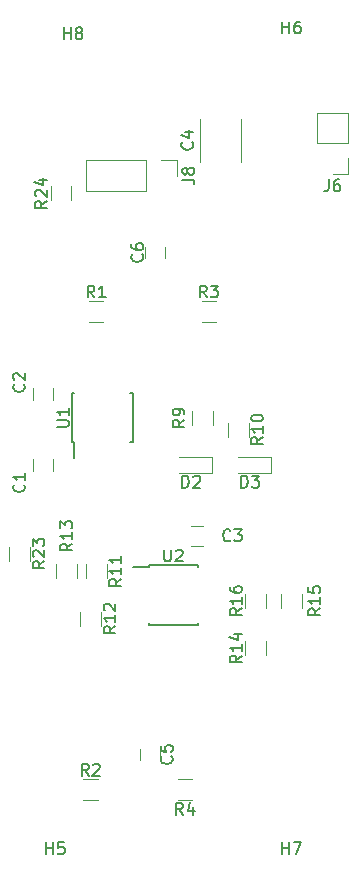
<source format=gto>
G04 #@! TF.GenerationSoftware,KiCad,Pcbnew,(5.99.0-492-g30da2b31e)*
G04 #@! TF.CreationDate,2019-12-10T20:32:50+01:00*
G04 #@! TF.ProjectId,gabel,67616265-6c2e-46b6-9963-61645f706362,rev?*
G04 #@! TF.SameCoordinates,Original*
G04 #@! TF.FileFunction,Legend,Top*
G04 #@! TF.FilePolarity,Positive*
%FSLAX46Y46*%
G04 Gerber Fmt 4.6, Leading zero omitted, Abs format (unit mm)*
G04 Created by KiCad (PCBNEW (5.99.0-492-g30da2b31e)) date 2019-12-10 20:32:50*
%MOMM*%
%LPD*%
G04 APERTURE LIST*
%ADD10C,0.120000*%
%ADD11C,0.150000*%
%ADD12R,1.352000X1.102000*%
%ADD13R,3.102000X1.102000*%
%ADD14R,0.712000X2.012000*%
%ADD15R,2.012000X0.712000*%
%ADD16R,1.902000X1.902000*%
%ADD17C,1.902000*%
%ADD18R,1.402000X0.802000*%
%ADD19R,0.802000X1.402000*%
%ADD20R,1.802000X1.802000*%
%ADD21O,1.802000X1.802000*%
%ADD22C,3.302000*%
%ADD23C,5.702000*%
%ADD24R,1.302000X1.302000*%
%ADD25R,1.102000X1.352000*%
G04 APERTURE END LIST*
D10*
X53850000Y-93500000D02*
X53850000Y-92500000D01*
X52150000Y-92500000D02*
X52150000Y-93500000D01*
X51650000Y-135000000D02*
X51650000Y-136000000D01*
X53350000Y-136000000D02*
X53350000Y-135000000D01*
X60230000Y-85300000D02*
X60230000Y-81700000D01*
X56770000Y-81700000D02*
X56770000Y-85300000D01*
D11*
X45925000Y-109075000D02*
X46125000Y-109075000D01*
X45925000Y-104925000D02*
X46125000Y-104925000D01*
X51075000Y-104925000D02*
X50875000Y-104925000D01*
X51075000Y-109075000D02*
X50875000Y-109075000D01*
X45925000Y-109075000D02*
X45925000Y-104925000D01*
X51075000Y-109075000D02*
X51075000Y-104925000D01*
X46125000Y-109075000D02*
X46125000Y-110375000D01*
X52425000Y-119425000D02*
X52425000Y-119625000D01*
X56575000Y-119425000D02*
X56575000Y-119625000D01*
X56575000Y-124575000D02*
X56575000Y-124375000D01*
X52425000Y-124575000D02*
X52425000Y-124375000D01*
X52425000Y-119425000D02*
X56575000Y-119425000D01*
X52425000Y-124575000D02*
X56575000Y-124575000D01*
X52425000Y-119625000D02*
X51125000Y-119625000D01*
D10*
X45880000Y-87400000D02*
X45880000Y-88600000D01*
X44120000Y-88600000D02*
X44120000Y-87400000D01*
X40620000Y-119100000D02*
X40620000Y-117900000D01*
X42380000Y-117900000D02*
X42380000Y-119100000D01*
X62380000Y-121900000D02*
X62380000Y-123100000D01*
X60620000Y-123100000D02*
X60620000Y-121900000D01*
X65380000Y-121900000D02*
X65380000Y-123100000D01*
X63620000Y-123100000D02*
X63620000Y-121900000D01*
X62380000Y-125900000D02*
X62380000Y-127100000D01*
X60620000Y-127100000D02*
X60620000Y-125900000D01*
X44620000Y-120600000D02*
X44620000Y-119400000D01*
X46380000Y-119400000D02*
X46380000Y-120600000D01*
X46620000Y-124600000D02*
X46620000Y-123400000D01*
X48380000Y-123400000D02*
X48380000Y-124600000D01*
X47120000Y-120600000D02*
X47120000Y-119400000D01*
X48880000Y-119400000D02*
X48880000Y-120600000D01*
X59120000Y-108600000D02*
X59120000Y-107400000D01*
X60880000Y-107400000D02*
X60880000Y-108600000D01*
X56120000Y-107600000D02*
X56120000Y-106400000D01*
X57880000Y-106400000D02*
X57880000Y-107600000D01*
X54900000Y-137620000D02*
X56100000Y-137620000D01*
X56100000Y-139380000D02*
X54900000Y-139380000D01*
X58100000Y-98880000D02*
X56900000Y-98880000D01*
X56900000Y-97120000D02*
X58100000Y-97120000D01*
X48100000Y-139380000D02*
X46900000Y-139380000D01*
X46900000Y-137620000D02*
X48100000Y-137620000D01*
X48600000Y-98880000D02*
X47400000Y-98880000D01*
X47400000Y-97120000D02*
X48600000Y-97120000D01*
X52230000Y-85170000D02*
X47090000Y-85170000D01*
X47090000Y-85170000D02*
X47090000Y-87830000D01*
X47090000Y-87830000D02*
X52230000Y-87830000D01*
X52230000Y-87830000D02*
X52230000Y-85170000D01*
X53500000Y-85170000D02*
X54830000Y-85170000D01*
X54830000Y-85170000D02*
X54830000Y-86500000D01*
X69330000Y-83770000D02*
X69330000Y-81170000D01*
X69330000Y-81170000D02*
X66670000Y-81170000D01*
X66670000Y-81170000D02*
X66670000Y-83770000D01*
X66670000Y-83770000D02*
X69330000Y-83770000D01*
X69330000Y-85040000D02*
X69330000Y-86370000D01*
X69330000Y-86370000D02*
X68000000Y-86370000D01*
X62800000Y-111700000D02*
X62800000Y-110300000D01*
X62800000Y-110300000D02*
X60000000Y-110300000D01*
X62800000Y-111700000D02*
X60000000Y-111700000D01*
X57800000Y-111700000D02*
X57800000Y-110300000D01*
X57800000Y-110300000D02*
X55000000Y-110300000D01*
X57800000Y-111700000D02*
X55000000Y-111700000D01*
X56000000Y-117850000D02*
X57000000Y-117850000D01*
X57000000Y-116150000D02*
X56000000Y-116150000D01*
X44350000Y-105500000D02*
X44350000Y-104500000D01*
X42650000Y-104500000D02*
X42650000Y-105500000D01*
X44350000Y-111500000D02*
X44350000Y-110500000D01*
X42650000Y-110500000D02*
X42650000Y-111500000D01*
D11*
X51857142Y-93166666D02*
X51904761Y-93214285D01*
X51952380Y-93357142D01*
X51952380Y-93452380D01*
X51904761Y-93595238D01*
X51809523Y-93690476D01*
X51714285Y-93738095D01*
X51523809Y-93785714D01*
X51380952Y-93785714D01*
X51190476Y-93738095D01*
X51095238Y-93690476D01*
X51000000Y-93595238D01*
X50952380Y-93452380D01*
X50952380Y-93357142D01*
X51000000Y-93214285D01*
X51047619Y-93166666D01*
X50952380Y-92309523D02*
X50952380Y-92500000D01*
X51000000Y-92595238D01*
X51047619Y-92642857D01*
X51190476Y-92738095D01*
X51380952Y-92785714D01*
X51761904Y-92785714D01*
X51857142Y-92738095D01*
X51904761Y-92690476D01*
X51952380Y-92595238D01*
X51952380Y-92404761D01*
X51904761Y-92309523D01*
X51857142Y-92261904D01*
X51761904Y-92214285D01*
X51523809Y-92214285D01*
X51428571Y-92261904D01*
X51380952Y-92309523D01*
X51333333Y-92404761D01*
X51333333Y-92595238D01*
X51380952Y-92690476D01*
X51428571Y-92738095D01*
X51523809Y-92785714D01*
X54357142Y-135666666D02*
X54404761Y-135714285D01*
X54452380Y-135857142D01*
X54452380Y-135952380D01*
X54404761Y-136095238D01*
X54309523Y-136190476D01*
X54214285Y-136238095D01*
X54023809Y-136285714D01*
X53880952Y-136285714D01*
X53690476Y-136238095D01*
X53595238Y-136190476D01*
X53500000Y-136095238D01*
X53452380Y-135952380D01*
X53452380Y-135857142D01*
X53500000Y-135714285D01*
X53547619Y-135666666D01*
X53452380Y-134761904D02*
X53452380Y-135238095D01*
X53928571Y-135285714D01*
X53880952Y-135238095D01*
X53833333Y-135142857D01*
X53833333Y-134904761D01*
X53880952Y-134809523D01*
X53928571Y-134761904D01*
X54023809Y-134714285D01*
X54261904Y-134714285D01*
X54357142Y-134761904D01*
X54404761Y-134809523D01*
X54452380Y-134904761D01*
X54452380Y-135142857D01*
X54404761Y-135238095D01*
X54357142Y-135285714D01*
X56107142Y-83666666D02*
X56154761Y-83714285D01*
X56202380Y-83857142D01*
X56202380Y-83952380D01*
X56154761Y-84095238D01*
X56059523Y-84190476D01*
X55964285Y-84238095D01*
X55773809Y-84285714D01*
X55630952Y-84285714D01*
X55440476Y-84238095D01*
X55345238Y-84190476D01*
X55250000Y-84095238D01*
X55202380Y-83952380D01*
X55202380Y-83857142D01*
X55250000Y-83714285D01*
X55297619Y-83666666D01*
X55535714Y-82809523D02*
X56202380Y-82809523D01*
X55154761Y-83047619D02*
X55869047Y-83285714D01*
X55869047Y-82666666D01*
X44652380Y-107761904D02*
X45461904Y-107761904D01*
X45557142Y-107714285D01*
X45604761Y-107666666D01*
X45652380Y-107571428D01*
X45652380Y-107380952D01*
X45604761Y-107285714D01*
X45557142Y-107238095D01*
X45461904Y-107190476D01*
X44652380Y-107190476D01*
X45652380Y-106190476D02*
X45652380Y-106761904D01*
X45652380Y-106476190D02*
X44652380Y-106476190D01*
X44795238Y-106571428D01*
X44890476Y-106666666D01*
X44938095Y-106761904D01*
X53738095Y-118152380D02*
X53738095Y-118961904D01*
X53785714Y-119057142D01*
X53833333Y-119104761D01*
X53928571Y-119152380D01*
X54119047Y-119152380D01*
X54214285Y-119104761D01*
X54261904Y-119057142D01*
X54309523Y-118961904D01*
X54309523Y-118152380D01*
X54738095Y-118247619D02*
X54785714Y-118200000D01*
X54880952Y-118152380D01*
X55119047Y-118152380D01*
X55214285Y-118200000D01*
X55261904Y-118247619D01*
X55309523Y-118342857D01*
X55309523Y-118438095D01*
X55261904Y-118580952D01*
X54690476Y-119152380D01*
X55309523Y-119152380D01*
X43802380Y-88642857D02*
X43326190Y-88976190D01*
X43802380Y-89214285D02*
X42802380Y-89214285D01*
X42802380Y-88833333D01*
X42850000Y-88738095D01*
X42897619Y-88690476D01*
X42992857Y-88642857D01*
X43135714Y-88642857D01*
X43230952Y-88690476D01*
X43278571Y-88738095D01*
X43326190Y-88833333D01*
X43326190Y-89214285D01*
X42897619Y-88261904D02*
X42850000Y-88214285D01*
X42802380Y-88119047D01*
X42802380Y-87880952D01*
X42850000Y-87785714D01*
X42897619Y-87738095D01*
X42992857Y-87690476D01*
X43088095Y-87690476D01*
X43230952Y-87738095D01*
X43802380Y-88309523D01*
X43802380Y-87690476D01*
X43135714Y-86833333D02*
X43802380Y-86833333D01*
X42754761Y-87071428D02*
X43469047Y-87309523D01*
X43469047Y-86690476D01*
X43602380Y-119142857D02*
X43126190Y-119476190D01*
X43602380Y-119714285D02*
X42602380Y-119714285D01*
X42602380Y-119333333D01*
X42650000Y-119238095D01*
X42697619Y-119190476D01*
X42792857Y-119142857D01*
X42935714Y-119142857D01*
X43030952Y-119190476D01*
X43078571Y-119238095D01*
X43126190Y-119333333D01*
X43126190Y-119714285D01*
X42697619Y-118761904D02*
X42650000Y-118714285D01*
X42602380Y-118619047D01*
X42602380Y-118380952D01*
X42650000Y-118285714D01*
X42697619Y-118238095D01*
X42792857Y-118190476D01*
X42888095Y-118190476D01*
X43030952Y-118238095D01*
X43602380Y-118809523D01*
X43602380Y-118190476D01*
X42602380Y-117857142D02*
X42602380Y-117238095D01*
X42983333Y-117571428D01*
X42983333Y-117428571D01*
X43030952Y-117333333D01*
X43078571Y-117285714D01*
X43173809Y-117238095D01*
X43411904Y-117238095D01*
X43507142Y-117285714D01*
X43554761Y-117333333D01*
X43602380Y-117428571D01*
X43602380Y-117714285D01*
X43554761Y-117809523D01*
X43507142Y-117857142D01*
X60302380Y-123142857D02*
X59826190Y-123476190D01*
X60302380Y-123714285D02*
X59302380Y-123714285D01*
X59302380Y-123333333D01*
X59350000Y-123238095D01*
X59397619Y-123190476D01*
X59492857Y-123142857D01*
X59635714Y-123142857D01*
X59730952Y-123190476D01*
X59778571Y-123238095D01*
X59826190Y-123333333D01*
X59826190Y-123714285D01*
X60302380Y-122190476D02*
X60302380Y-122761904D01*
X60302380Y-122476190D02*
X59302380Y-122476190D01*
X59445238Y-122571428D01*
X59540476Y-122666666D01*
X59588095Y-122761904D01*
X59302380Y-121333333D02*
X59302380Y-121523809D01*
X59350000Y-121619047D01*
X59397619Y-121666666D01*
X59540476Y-121761904D01*
X59730952Y-121809523D01*
X60111904Y-121809523D01*
X60207142Y-121761904D01*
X60254761Y-121714285D01*
X60302380Y-121619047D01*
X60302380Y-121428571D01*
X60254761Y-121333333D01*
X60207142Y-121285714D01*
X60111904Y-121238095D01*
X59873809Y-121238095D01*
X59778571Y-121285714D01*
X59730952Y-121333333D01*
X59683333Y-121428571D01*
X59683333Y-121619047D01*
X59730952Y-121714285D01*
X59778571Y-121761904D01*
X59873809Y-121809523D01*
X66952380Y-123142857D02*
X66476190Y-123476190D01*
X66952380Y-123714285D02*
X65952380Y-123714285D01*
X65952380Y-123333333D01*
X66000000Y-123238095D01*
X66047619Y-123190476D01*
X66142857Y-123142857D01*
X66285714Y-123142857D01*
X66380952Y-123190476D01*
X66428571Y-123238095D01*
X66476190Y-123333333D01*
X66476190Y-123714285D01*
X66952380Y-122190476D02*
X66952380Y-122761904D01*
X66952380Y-122476190D02*
X65952380Y-122476190D01*
X66095238Y-122571428D01*
X66190476Y-122666666D01*
X66238095Y-122761904D01*
X65952380Y-121285714D02*
X65952380Y-121761904D01*
X66428571Y-121809523D01*
X66380952Y-121761904D01*
X66333333Y-121666666D01*
X66333333Y-121428571D01*
X66380952Y-121333333D01*
X66428571Y-121285714D01*
X66523809Y-121238095D01*
X66761904Y-121238095D01*
X66857142Y-121285714D01*
X66904761Y-121333333D01*
X66952380Y-121428571D01*
X66952380Y-121666666D01*
X66904761Y-121761904D01*
X66857142Y-121809523D01*
X60302380Y-127142857D02*
X59826190Y-127476190D01*
X60302380Y-127714285D02*
X59302380Y-127714285D01*
X59302380Y-127333333D01*
X59350000Y-127238095D01*
X59397619Y-127190476D01*
X59492857Y-127142857D01*
X59635714Y-127142857D01*
X59730952Y-127190476D01*
X59778571Y-127238095D01*
X59826190Y-127333333D01*
X59826190Y-127714285D01*
X60302380Y-126190476D02*
X60302380Y-126761904D01*
X60302380Y-126476190D02*
X59302380Y-126476190D01*
X59445238Y-126571428D01*
X59540476Y-126666666D01*
X59588095Y-126761904D01*
X59635714Y-125333333D02*
X60302380Y-125333333D01*
X59254761Y-125571428D02*
X59969047Y-125809523D01*
X59969047Y-125190476D01*
X45952380Y-117642857D02*
X45476190Y-117976190D01*
X45952380Y-118214285D02*
X44952380Y-118214285D01*
X44952380Y-117833333D01*
X45000000Y-117738095D01*
X45047619Y-117690476D01*
X45142857Y-117642857D01*
X45285714Y-117642857D01*
X45380952Y-117690476D01*
X45428571Y-117738095D01*
X45476190Y-117833333D01*
X45476190Y-118214285D01*
X45952380Y-116690476D02*
X45952380Y-117261904D01*
X45952380Y-116976190D02*
X44952380Y-116976190D01*
X45095238Y-117071428D01*
X45190476Y-117166666D01*
X45238095Y-117261904D01*
X44952380Y-116357142D02*
X44952380Y-115738095D01*
X45333333Y-116071428D01*
X45333333Y-115928571D01*
X45380952Y-115833333D01*
X45428571Y-115785714D01*
X45523809Y-115738095D01*
X45761904Y-115738095D01*
X45857142Y-115785714D01*
X45904761Y-115833333D01*
X45952380Y-115928571D01*
X45952380Y-116214285D01*
X45904761Y-116309523D01*
X45857142Y-116357142D01*
X49602380Y-124642857D02*
X49126190Y-124976190D01*
X49602380Y-125214285D02*
X48602380Y-125214285D01*
X48602380Y-124833333D01*
X48650000Y-124738095D01*
X48697619Y-124690476D01*
X48792857Y-124642857D01*
X48935714Y-124642857D01*
X49030952Y-124690476D01*
X49078571Y-124738095D01*
X49126190Y-124833333D01*
X49126190Y-125214285D01*
X49602380Y-123690476D02*
X49602380Y-124261904D01*
X49602380Y-123976190D02*
X48602380Y-123976190D01*
X48745238Y-124071428D01*
X48840476Y-124166666D01*
X48888095Y-124261904D01*
X48697619Y-123309523D02*
X48650000Y-123261904D01*
X48602380Y-123166666D01*
X48602380Y-122928571D01*
X48650000Y-122833333D01*
X48697619Y-122785714D01*
X48792857Y-122738095D01*
X48888095Y-122738095D01*
X49030952Y-122785714D01*
X49602380Y-123357142D01*
X49602380Y-122738095D01*
X50102380Y-120642857D02*
X49626190Y-120976190D01*
X50102380Y-121214285D02*
X49102380Y-121214285D01*
X49102380Y-120833333D01*
X49150000Y-120738095D01*
X49197619Y-120690476D01*
X49292857Y-120642857D01*
X49435714Y-120642857D01*
X49530952Y-120690476D01*
X49578571Y-120738095D01*
X49626190Y-120833333D01*
X49626190Y-121214285D01*
X50102380Y-119690476D02*
X50102380Y-120261904D01*
X50102380Y-119976190D02*
X49102380Y-119976190D01*
X49245238Y-120071428D01*
X49340476Y-120166666D01*
X49388095Y-120261904D01*
X50102380Y-118738095D02*
X50102380Y-119309523D01*
X50102380Y-119023809D02*
X49102380Y-119023809D01*
X49245238Y-119119047D01*
X49340476Y-119214285D01*
X49388095Y-119309523D01*
X62102380Y-108642857D02*
X61626190Y-108976190D01*
X62102380Y-109214285D02*
X61102380Y-109214285D01*
X61102380Y-108833333D01*
X61150000Y-108738095D01*
X61197619Y-108690476D01*
X61292857Y-108642857D01*
X61435714Y-108642857D01*
X61530952Y-108690476D01*
X61578571Y-108738095D01*
X61626190Y-108833333D01*
X61626190Y-109214285D01*
X62102380Y-107690476D02*
X62102380Y-108261904D01*
X62102380Y-107976190D02*
X61102380Y-107976190D01*
X61245238Y-108071428D01*
X61340476Y-108166666D01*
X61388095Y-108261904D01*
X61102380Y-107071428D02*
X61102380Y-106976190D01*
X61150000Y-106880952D01*
X61197619Y-106833333D01*
X61292857Y-106785714D01*
X61483333Y-106738095D01*
X61721428Y-106738095D01*
X61911904Y-106785714D01*
X62007142Y-106833333D01*
X62054761Y-106880952D01*
X62102380Y-106976190D01*
X62102380Y-107071428D01*
X62054761Y-107166666D01*
X62007142Y-107214285D01*
X61911904Y-107261904D01*
X61721428Y-107309523D01*
X61483333Y-107309523D01*
X61292857Y-107261904D01*
X61197619Y-107214285D01*
X61150000Y-107166666D01*
X61102380Y-107071428D01*
X55452380Y-107166666D02*
X54976190Y-107500000D01*
X55452380Y-107738095D02*
X54452380Y-107738095D01*
X54452380Y-107357142D01*
X54500000Y-107261904D01*
X54547619Y-107214285D01*
X54642857Y-107166666D01*
X54785714Y-107166666D01*
X54880952Y-107214285D01*
X54928571Y-107261904D01*
X54976190Y-107357142D01*
X54976190Y-107738095D01*
X55452380Y-106690476D02*
X55452380Y-106500000D01*
X55404761Y-106404761D01*
X55357142Y-106357142D01*
X55214285Y-106261904D01*
X55023809Y-106214285D01*
X54642857Y-106214285D01*
X54547619Y-106261904D01*
X54500000Y-106309523D01*
X54452380Y-106404761D01*
X54452380Y-106595238D01*
X54500000Y-106690476D01*
X54547619Y-106738095D01*
X54642857Y-106785714D01*
X54880952Y-106785714D01*
X54976190Y-106738095D01*
X55023809Y-106690476D01*
X55071428Y-106595238D01*
X55071428Y-106404761D01*
X55023809Y-106309523D01*
X54976190Y-106261904D01*
X54880952Y-106214285D01*
X55333333Y-140602380D02*
X55000000Y-140126190D01*
X54761904Y-140602380D02*
X54761904Y-139602380D01*
X55142857Y-139602380D01*
X55238095Y-139650000D01*
X55285714Y-139697619D01*
X55333333Y-139792857D01*
X55333333Y-139935714D01*
X55285714Y-140030952D01*
X55238095Y-140078571D01*
X55142857Y-140126190D01*
X54761904Y-140126190D01*
X56190476Y-139935714D02*
X56190476Y-140602380D01*
X55952380Y-139554761D02*
X55714285Y-140269047D01*
X56333333Y-140269047D01*
X57333333Y-96802380D02*
X57000000Y-96326190D01*
X56761904Y-96802380D02*
X56761904Y-95802380D01*
X57142857Y-95802380D01*
X57238095Y-95850000D01*
X57285714Y-95897619D01*
X57333333Y-95992857D01*
X57333333Y-96135714D01*
X57285714Y-96230952D01*
X57238095Y-96278571D01*
X57142857Y-96326190D01*
X56761904Y-96326190D01*
X57666666Y-95802380D02*
X58285714Y-95802380D01*
X57952380Y-96183333D01*
X58095238Y-96183333D01*
X58190476Y-96230952D01*
X58238095Y-96278571D01*
X58285714Y-96373809D01*
X58285714Y-96611904D01*
X58238095Y-96707142D01*
X58190476Y-96754761D01*
X58095238Y-96802380D01*
X57809523Y-96802380D01*
X57714285Y-96754761D01*
X57666666Y-96707142D01*
X47333333Y-137302380D02*
X47000000Y-136826190D01*
X46761904Y-137302380D02*
X46761904Y-136302380D01*
X47142857Y-136302380D01*
X47238095Y-136350000D01*
X47285714Y-136397619D01*
X47333333Y-136492857D01*
X47333333Y-136635714D01*
X47285714Y-136730952D01*
X47238095Y-136778571D01*
X47142857Y-136826190D01*
X46761904Y-136826190D01*
X47714285Y-136397619D02*
X47761904Y-136350000D01*
X47857142Y-136302380D01*
X48095238Y-136302380D01*
X48190476Y-136350000D01*
X48238095Y-136397619D01*
X48285714Y-136492857D01*
X48285714Y-136588095D01*
X48238095Y-136730952D01*
X47666666Y-137302380D01*
X48285714Y-137302380D01*
X47833333Y-96802380D02*
X47500000Y-96326190D01*
X47261904Y-96802380D02*
X47261904Y-95802380D01*
X47642857Y-95802380D01*
X47738095Y-95850000D01*
X47785714Y-95897619D01*
X47833333Y-95992857D01*
X47833333Y-96135714D01*
X47785714Y-96230952D01*
X47738095Y-96278571D01*
X47642857Y-96326190D01*
X47261904Y-96326190D01*
X48785714Y-96802380D02*
X48214285Y-96802380D01*
X48500000Y-96802380D02*
X48500000Y-95802380D01*
X48404761Y-95945238D01*
X48309523Y-96040476D01*
X48214285Y-96088095D01*
X55282380Y-86833333D02*
X55996666Y-86833333D01*
X56139523Y-86880952D01*
X56234761Y-86976190D01*
X56282380Y-87119047D01*
X56282380Y-87214285D01*
X55710952Y-86214285D02*
X55663333Y-86309523D01*
X55615714Y-86357142D01*
X55520476Y-86404761D01*
X55472857Y-86404761D01*
X55377619Y-86357142D01*
X55330000Y-86309523D01*
X55282380Y-86214285D01*
X55282380Y-86023809D01*
X55330000Y-85928571D01*
X55377619Y-85880952D01*
X55472857Y-85833333D01*
X55520476Y-85833333D01*
X55615714Y-85880952D01*
X55663333Y-85928571D01*
X55710952Y-86023809D01*
X55710952Y-86214285D01*
X55758571Y-86309523D01*
X55806190Y-86357142D01*
X55901428Y-86404761D01*
X56091904Y-86404761D01*
X56187142Y-86357142D01*
X56234761Y-86309523D01*
X56282380Y-86214285D01*
X56282380Y-86023809D01*
X56234761Y-85928571D01*
X56187142Y-85880952D01*
X56091904Y-85833333D01*
X55901428Y-85833333D01*
X55806190Y-85880952D01*
X55758571Y-85928571D01*
X55710952Y-86023809D01*
X67666666Y-86822380D02*
X67666666Y-87536666D01*
X67619047Y-87679523D01*
X67523809Y-87774761D01*
X67380952Y-87822380D01*
X67285714Y-87822380D01*
X68571428Y-86822380D02*
X68380952Y-86822380D01*
X68285714Y-86870000D01*
X68238095Y-86917619D01*
X68142857Y-87060476D01*
X68095238Y-87250952D01*
X68095238Y-87631904D01*
X68142857Y-87727142D01*
X68190476Y-87774761D01*
X68285714Y-87822380D01*
X68476190Y-87822380D01*
X68571428Y-87774761D01*
X68619047Y-87727142D01*
X68666666Y-87631904D01*
X68666666Y-87393809D01*
X68619047Y-87298571D01*
X68571428Y-87250952D01*
X68476190Y-87203333D01*
X68285714Y-87203333D01*
X68190476Y-87250952D01*
X68142857Y-87298571D01*
X68095238Y-87393809D01*
X45238095Y-74952380D02*
X45238095Y-73952380D01*
X45238095Y-74428571D02*
X45809523Y-74428571D01*
X45809523Y-74952380D02*
X45809523Y-73952380D01*
X46428571Y-74380952D02*
X46333333Y-74333333D01*
X46285714Y-74285714D01*
X46238095Y-74190476D01*
X46238095Y-74142857D01*
X46285714Y-74047619D01*
X46333333Y-74000000D01*
X46428571Y-73952380D01*
X46619047Y-73952380D01*
X46714285Y-74000000D01*
X46761904Y-74047619D01*
X46809523Y-74142857D01*
X46809523Y-74190476D01*
X46761904Y-74285714D01*
X46714285Y-74333333D01*
X46619047Y-74380952D01*
X46428571Y-74380952D01*
X46333333Y-74428571D01*
X46285714Y-74476190D01*
X46238095Y-74571428D01*
X46238095Y-74761904D01*
X46285714Y-74857142D01*
X46333333Y-74904761D01*
X46428571Y-74952380D01*
X46619047Y-74952380D01*
X46714285Y-74904761D01*
X46761904Y-74857142D01*
X46809523Y-74761904D01*
X46809523Y-74571428D01*
X46761904Y-74476190D01*
X46714285Y-74428571D01*
X46619047Y-74380952D01*
X63738095Y-143952380D02*
X63738095Y-142952380D01*
X63738095Y-143428571D02*
X64309523Y-143428571D01*
X64309523Y-143952380D02*
X64309523Y-142952380D01*
X64690476Y-142952380D02*
X65357142Y-142952380D01*
X64928571Y-143952380D01*
X63738095Y-74452380D02*
X63738095Y-73452380D01*
X63738095Y-73928571D02*
X64309523Y-73928571D01*
X64309523Y-74452380D02*
X64309523Y-73452380D01*
X65214285Y-73452380D02*
X65023809Y-73452380D01*
X64928571Y-73500000D01*
X64880952Y-73547619D01*
X64785714Y-73690476D01*
X64738095Y-73880952D01*
X64738095Y-74261904D01*
X64785714Y-74357142D01*
X64833333Y-74404761D01*
X64928571Y-74452380D01*
X65119047Y-74452380D01*
X65214285Y-74404761D01*
X65261904Y-74357142D01*
X65309523Y-74261904D01*
X65309523Y-74023809D01*
X65261904Y-73928571D01*
X65214285Y-73880952D01*
X65119047Y-73833333D01*
X64928571Y-73833333D01*
X64833333Y-73880952D01*
X64785714Y-73928571D01*
X64738095Y-74023809D01*
X43738095Y-143952380D02*
X43738095Y-142952380D01*
X43738095Y-143428571D02*
X44309523Y-143428571D01*
X44309523Y-143952380D02*
X44309523Y-142952380D01*
X45261904Y-142952380D02*
X44785714Y-142952380D01*
X44738095Y-143428571D01*
X44785714Y-143380952D01*
X44880952Y-143333333D01*
X45119047Y-143333333D01*
X45214285Y-143380952D01*
X45261904Y-143428571D01*
X45309523Y-143523809D01*
X45309523Y-143761904D01*
X45261904Y-143857142D01*
X45214285Y-143904761D01*
X45119047Y-143952380D01*
X44880952Y-143952380D01*
X44785714Y-143904761D01*
X44738095Y-143857142D01*
X60261904Y-112902380D02*
X60261904Y-111902380D01*
X60500000Y-111902380D01*
X60642857Y-111950000D01*
X60738095Y-112045238D01*
X60785714Y-112140476D01*
X60833333Y-112330952D01*
X60833333Y-112473809D01*
X60785714Y-112664285D01*
X60738095Y-112759523D01*
X60642857Y-112854761D01*
X60500000Y-112902380D01*
X60261904Y-112902380D01*
X61166666Y-111902380D02*
X61785714Y-111902380D01*
X61452380Y-112283333D01*
X61595238Y-112283333D01*
X61690476Y-112330952D01*
X61738095Y-112378571D01*
X61785714Y-112473809D01*
X61785714Y-112711904D01*
X61738095Y-112807142D01*
X61690476Y-112854761D01*
X61595238Y-112902380D01*
X61309523Y-112902380D01*
X61214285Y-112854761D01*
X61166666Y-112807142D01*
X55261904Y-112902380D02*
X55261904Y-111902380D01*
X55500000Y-111902380D01*
X55642857Y-111950000D01*
X55738095Y-112045238D01*
X55785714Y-112140476D01*
X55833333Y-112330952D01*
X55833333Y-112473809D01*
X55785714Y-112664285D01*
X55738095Y-112759523D01*
X55642857Y-112854761D01*
X55500000Y-112902380D01*
X55261904Y-112902380D01*
X56214285Y-111997619D02*
X56261904Y-111950000D01*
X56357142Y-111902380D01*
X56595238Y-111902380D01*
X56690476Y-111950000D01*
X56738095Y-111997619D01*
X56785714Y-112092857D01*
X56785714Y-112188095D01*
X56738095Y-112330952D01*
X56166666Y-112902380D01*
X56785714Y-112902380D01*
X59333333Y-117357142D02*
X59285714Y-117404761D01*
X59142857Y-117452380D01*
X59047619Y-117452380D01*
X58904761Y-117404761D01*
X58809523Y-117309523D01*
X58761904Y-117214285D01*
X58714285Y-117023809D01*
X58714285Y-116880952D01*
X58761904Y-116690476D01*
X58809523Y-116595238D01*
X58904761Y-116500000D01*
X59047619Y-116452380D01*
X59142857Y-116452380D01*
X59285714Y-116500000D01*
X59333333Y-116547619D01*
X59666666Y-116452380D02*
X60285714Y-116452380D01*
X59952380Y-116833333D01*
X60095238Y-116833333D01*
X60190476Y-116880952D01*
X60238095Y-116928571D01*
X60285714Y-117023809D01*
X60285714Y-117261904D01*
X60238095Y-117357142D01*
X60190476Y-117404761D01*
X60095238Y-117452380D01*
X59809523Y-117452380D01*
X59714285Y-117404761D01*
X59666666Y-117357142D01*
X41857142Y-104166666D02*
X41904761Y-104214285D01*
X41952380Y-104357142D01*
X41952380Y-104452380D01*
X41904761Y-104595238D01*
X41809523Y-104690476D01*
X41714285Y-104738095D01*
X41523809Y-104785714D01*
X41380952Y-104785714D01*
X41190476Y-104738095D01*
X41095238Y-104690476D01*
X41000000Y-104595238D01*
X40952380Y-104452380D01*
X40952380Y-104357142D01*
X41000000Y-104214285D01*
X41047619Y-104166666D01*
X41047619Y-103785714D02*
X41000000Y-103738095D01*
X40952380Y-103642857D01*
X40952380Y-103404761D01*
X41000000Y-103309523D01*
X41047619Y-103261904D01*
X41142857Y-103214285D01*
X41238095Y-103214285D01*
X41380952Y-103261904D01*
X41952380Y-103833333D01*
X41952380Y-103214285D01*
X41857142Y-112666666D02*
X41904761Y-112714285D01*
X41952380Y-112857142D01*
X41952380Y-112952380D01*
X41904761Y-113095238D01*
X41809523Y-113190476D01*
X41714285Y-113238095D01*
X41523809Y-113285714D01*
X41380952Y-113285714D01*
X41190476Y-113238095D01*
X41095238Y-113190476D01*
X41000000Y-113095238D01*
X40952380Y-112952380D01*
X40952380Y-112857142D01*
X41000000Y-112714285D01*
X41047619Y-112666666D01*
X41952380Y-111714285D02*
X41952380Y-112285714D01*
X41952380Y-112000000D02*
X40952380Y-112000000D01*
X41095238Y-112095238D01*
X41190476Y-112190476D01*
X41238095Y-112285714D01*
%LPC*%
D12*
X53000000Y-94000000D03*
X53000000Y-92000000D03*
X52500000Y-134500000D03*
X52500000Y-136500000D03*
D13*
X58500000Y-85800000D03*
X58500000Y-81200000D03*
D14*
X46595000Y-109780000D03*
X47865000Y-109780000D03*
X49135000Y-109780000D03*
X50405000Y-109780000D03*
X50405000Y-104220000D03*
X49135000Y-104220000D03*
X47865000Y-104220000D03*
X46595000Y-104220000D03*
D15*
X51720000Y-120095000D03*
X51720000Y-121365000D03*
X51720000Y-122635000D03*
X51720000Y-123905000D03*
X57280000Y-123905000D03*
X57280000Y-122635000D03*
X57280000Y-121365000D03*
X57280000Y-120095000D03*
D16*
X43000000Y-85000000D03*
D17*
X43000000Y-82460000D03*
D16*
X43000000Y-125000000D03*
D17*
X43000000Y-122460000D03*
D18*
X45000000Y-88950000D03*
X45000000Y-87050000D03*
X41500000Y-117550000D03*
X41500000Y-119450000D03*
X61500000Y-123450000D03*
X61500000Y-121550000D03*
X64500000Y-123450000D03*
X64500000Y-121550000D03*
X61500000Y-127450000D03*
X61500000Y-125550000D03*
X45500000Y-119050000D03*
X45500000Y-120950000D03*
X47500000Y-123050000D03*
X47500000Y-124950000D03*
X48000000Y-119050000D03*
X48000000Y-120950000D03*
X60000000Y-107050000D03*
X60000000Y-108950000D03*
X57000000Y-106050000D03*
X57000000Y-107950000D03*
D19*
X56450000Y-138500000D03*
X54550000Y-138500000D03*
X56550000Y-98000000D03*
X58450000Y-98000000D03*
X46550000Y-138500000D03*
X48450000Y-138500000D03*
X47050000Y-98000000D03*
X48950000Y-98000000D03*
D20*
X69000000Y-116000000D03*
D21*
X69000000Y-118540000D03*
X69000000Y-121080000D03*
D20*
X69000000Y-107000000D03*
D21*
X69000000Y-109540000D03*
X69000000Y-112080000D03*
D20*
X53500000Y-86500000D03*
D21*
X50960000Y-86500000D03*
X48420000Y-86500000D03*
D20*
X68000000Y-85040000D03*
D21*
X68000000Y-82500000D03*
D20*
X66500000Y-98000000D03*
D21*
X69040000Y-98000000D03*
X66500000Y-100540000D03*
X69040000Y-100540000D03*
X66500000Y-103080000D03*
X69040000Y-103080000D03*
D20*
X48700000Y-131699998D03*
D21*
X48700000Y-134239998D03*
D20*
X48700000Y-91700000D03*
D21*
X48700000Y-94240000D03*
D20*
X56300000Y-134299998D03*
D21*
X56300000Y-131759998D03*
D20*
X56300000Y-94300000D03*
D21*
X56300000Y-91760000D03*
D22*
X41500000Y-76500000D03*
X67500000Y-141500000D03*
X67500000Y-76500000D03*
X41500000Y-141500000D03*
D23*
X62000000Y-132999998D03*
X62000000Y-93000000D03*
X43000000Y-93000000D03*
X43000000Y-132999998D03*
D24*
X59900000Y-111000000D03*
X62100000Y-111000000D03*
X54900000Y-111000000D03*
X57100000Y-111000000D03*
D25*
X57500000Y-117000000D03*
X55500000Y-117000000D03*
D12*
X43500000Y-104000000D03*
X43500000Y-106000000D03*
X43500000Y-110000000D03*
X43500000Y-112000000D03*
M02*

</source>
